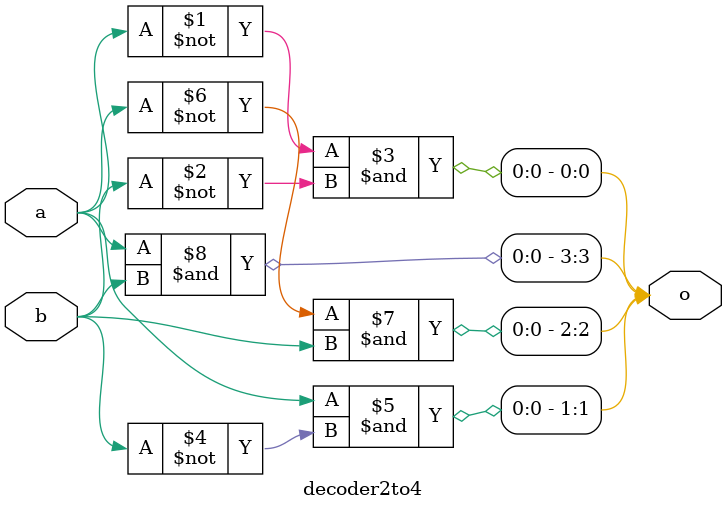
<source format=v>
`timescale 1ns / 1ps


module decoder2to4(
input a,b,

output [3:0]o
    );
    
assign o[0]=~a&~b;
assign o[1]=a&~b;    
assign o[2]=~a&b;
assign o[3]=a&b;

endmodule

</source>
